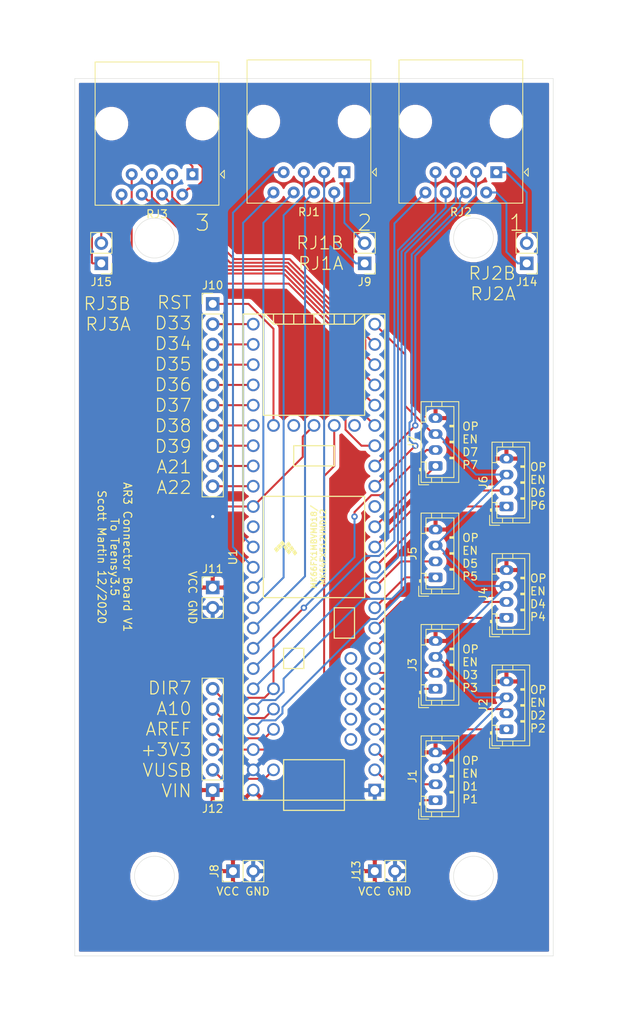
<source format=kicad_pcb>
(kicad_pcb (version 20171130) (host pcbnew 5.1.5+dfsg1-2build2)
  (layers (0 F.Cu signal) (31 B.Cu signal) (34 B.Paste user) (35 F.Paste user) (36 B.SilkS user) (37 F.SilkS user) (38 B.Mask user) (39 F.Mask user) (44 Edge.Cuts user))
  (net 0 "")
  (net 1 +3V3)
  (net 2 GND)
  (net 3 /RJ3B)
  (net 4 /RJ3A)
  (net 5 /RJ2B)
  (net 6 /RJ2A)
  (net 7 /RJ1B)
  (net 8 /RJ1A)
  (net 9 "Net-(J10-Pad10)")
  (net 10 "Net-(J10-Pad9)")
  (net 11 "Net-(J10-Pad8)")
  (net 12 "Net-(J10-Pad7)")
  (net 13 "Net-(J10-Pad6)")
  (net 14 "Net-(J10-Pad5)")
  (net 15 "Net-(J10-Pad4)")
  (net 16 "Net-(J10-Pad3)")
  (net 17 "Net-(J10-Pad2)")
  (net 18 "Net-(J10-Pad1)")
  (net 19 "Net-(J12-Pad5)")
  (net 20 "Net-(J12-Pad4)")
  (net 21 "Net-(J12-Pad2)")
  (net 22 /J1A)
  (net 23 /J1B)
  (net 24 /J2A)
  (net 25 /J2B)
  (net 26 /J3A)
  (net 27 /J3B)
  (net 28 /J4A)
  (net 29 /J4B)
  (net 30 /J5A)
  (net 31 /J5B)
  (net 32 /J6A)
  (net 33 /J6B)
  (net 34 /J1LIM)
  (net 35 /J2LIM)
  (net 36 /J3LIM)
  (net 37 /J4LIM)
  (net 38 /J5LIM)
  (net 39 /J6LIM)
  (net 40 OPTO)
  (net 41 /ENA)
  (net 42 /DIR1)
  (net 43 /PUL1)
  (net 44 /DIR2)
  (net 45 /PUL2)
  (net 46 /DIR3)
  (net 47 /PUL3)
  (net 48 /DIR4)
  (net 49 /PUL4)
  (net 50 /DIR5)
  (net 51 /PUL5)
  (net 52 /DIR6)
  (net 53 /PUL6)
  (net 54 /DIR7)
  (net 55 /PUL7)
  (module Connector_PinHeader_2.54mm:PinHeader_1x02_P2.54mm_Vertical (layer F.Cu) (at 7.62 39.37 90)
    (fp_text reference J13 (at 0 -2.33 90) (layer F.SilkS))
    (fp_text value Conn_01x02_Male)
    (pad 2 thru_hole oval (at 0 2.54 90) (size 1.7 1.7) (drill 1) (layers *.Cu *.Mask) (net 2 GND))
    (pad 1 thru_hole rect (at 0 0 90) (size 1.7 1.7) (drill 1) (layers *.Cu *.Mask) (net 40 OPTO))
  )
  (module Connector_PinHeader_2.54mm:PinHeader_1x02_P2.54mm_Vertical (layer F.Cu) (at -12.7 3.81)
    (fp_text reference J11 (at 0 -2.33) (layer F.SilkS))
    (fp_text value Conn_01x02_Male)
    (pad 2 thru_hole oval (at 0 2.54) (size 1.7 1.7) (drill 1) (layers *.Cu *.Mask) (net 2 GND))
    (pad 1 thru_hole rect (at 0 0) (size 1.7 1.7) (drill 1) (layers *.Cu *.Mask) (net 40 OPTO))
  )
  (module Connector_PinHeader_2.54mm:PinHeader_1x06_P2.54mm_Vertical (layer F.Cu) (at -12.7 29.21 180)
    (fp_text reference J12 (at 0 -2.33) (layer F.SilkS))
    (fp_text value Conn_01x06_Male)
    (pad 6 thru_hole oval (at 0 12.7 180) (size 1.7 1.7) (drill 1) (layers *.Cu *.Mask) (net 54 /DIR7))
    (pad 5 thru_hole oval (at 0 10.16 180) (size 1.7 1.7) (drill 1) (layers *.Cu *.Mask) (net 19 "Net-(J12-Pad5)"))
    (pad 4 thru_hole oval (at 0 7.62 180) (size 1.7 1.7) (drill 1) (layers *.Cu *.Mask) (net 20 "Net-(J12-Pad4)"))
    (pad 3 thru_hole oval (at 0 5.08 180) (size 1.7 1.7) (drill 1) (layers *.Cu *.Mask) (net 1 +3V3))
    (pad 2 thru_hole oval (at 0 2.54 180) (size 1.7 1.7) (drill 1) (layers *.Cu *.Mask) (net 21 "Net-(J12-Pad2)"))
    (pad 1 thru_hole rect (at 0 0 180) (size 1.7 1.7) (drill 1) (layers *.Cu *.Mask) (net 40 OPTO))
  )
  (module Connector_PinHeader_2.54mm:PinHeader_1x02_P2.54mm_Vertical (layer F.Cu) (at -26.67 -36.83 180)
    (fp_text reference J15 (at 0 -2.33) (layer F.SilkS))
    (fp_text value Conn_01x02_Male)
    (pad 2 thru_hole oval (at 0 2.54 180) (size 1.7 1.7) (drill 1) (layers *.Cu *.Mask) (net 3 /RJ3B))
    (pad 1 thru_hole rect (at 0 0 180) (size 1.7 1.7) (drill 1) (layers *.Cu *.Mask) (net 4 /RJ3A))
  )
  (module Connector_PinHeader_2.54mm:PinHeader_1x02_P2.54mm_Vertical (layer F.Cu) (at 26.67 -36.83 180)
    (fp_text reference J14 (at 0 -2.33) (layer F.SilkS))
    (fp_text value Conn_01x02_Male)
    (pad 2 thru_hole oval (at 0 2.54 180) (size 1.7 1.7) (drill 1) (layers *.Cu *.Mask) (net 5 /RJ2B))
    (pad 1 thru_hole rect (at 0 0 180) (size 1.7 1.7) (drill 1) (layers *.Cu *.Mask) (net 6 /RJ2A))
  )
  (module Connector_PinHeader_2.54mm:PinHeader_1x02_P2.54mm_Vertical (layer F.Cu) (at 6.35 -36.83 180)
    (fp_text reference J9 (at 0 -2.33) (layer F.SilkS))
    (fp_text value Conn_01x02_Male)
    (pad 2 thru_hole oval (at 0 2.54 180) (size 1.7 1.7) (drill 1) (layers *.Cu *.Mask) (net 7 /RJ1B))
    (pad 1 thru_hole rect (at 0 0 180) (size 1.7 1.7) (drill 1) (layers *.Cu *.Mask) (net 8 /RJ1A))
  )
  (module Connector_RJ:RJ45_Amphenol_54602-x08_Horizontal (layer F.Cu) (at -15.24 -48 180)
    (fp_text reference RJ3 (at 4.445 -5) (layer F.SilkS))
    (fp_text value RJ45)
    (pad 8 thru_hole circle (at 8.89 -2.54 180) (size 1.5 1.5) (drill 0.76) (layers *.Cu *.Mask) (net 34 /J1LIM))
    (pad 7 thru_hole circle (at 7.62 0 180) (size 1.5 1.5) (drill 0.76) (layers *.Cu *.Mask) (net 35 /J2LIM))
    (pad 6 thru_hole circle (at 6.35 -2.54 180) (size 1.5 1.5) (drill 0.76) (layers *.Cu *.Mask) (net 36 /J3LIM))
    (pad 5 thru_hole circle (at 5.08 0 180) (size 1.5 1.5) (drill 0.76) (layers *.Cu *.Mask) (net 37 /J4LIM))
    (pad 4 thru_hole circle (at 3.81 -2.54 180) (size 1.5 1.5) (drill 0.76) (layers *.Cu *.Mask) (net 38 /J5LIM))
    (pad 3 thru_hole circle (at 2.54 0 180) (size 1.5 1.5) (drill 0.76) (layers *.Cu *.Mask) (net 39 /J6LIM))
    (pad 2 thru_hole circle (at 1.27 -2.54 180) (size 1.5 1.5) (drill 0.76) (layers *.Cu *.Mask) (net 4 /RJ3A))
    (pad 1 thru_hole rect (at 0 0 180) (size 1.5 1.5) (drill 0.76) (layers *.Cu *.Mask) (net 3 /RJ3B))
    (pad "" np_thru_hole circle (at -1.27 6.35 180) (size 3.2 3.2) (drill 3.2) (layers *.Cu *.Mask))
    (pad "" np_thru_hole circle (at 10.16 6.35 180) (size 3.2 3.2) (drill 3.2) (layers *.Cu *.Mask))
  )
  (module Connector_RJ:RJ45_Amphenol_54602-x08_Horizontal (layer F.Cu) (at 22.86 -48.26 180)
    (fp_text reference RJ2 (at 4.445 -5) (layer F.SilkS))
    (fp_text value RJ45)
    (pad 8 thru_hole circle (at 8.89 -2.54 180) (size 1.5 1.5) (drill 0.76) (layers *.Cu *.Mask) (net 28 /J4A))
    (pad 7 thru_hole circle (at 7.62 0 180) (size 1.5 1.5) (drill 0.76) (layers *.Cu *.Mask) (net 29 /J4B))
    (pad 6 thru_hole circle (at 6.35 -2.54 180) (size 1.5 1.5) (drill 0.76) (layers *.Cu *.Mask) (net 30 /J5A))
    (pad 5 thru_hole circle (at 5.08 0 180) (size 1.5 1.5) (drill 0.76) (layers *.Cu *.Mask) (net 31 /J5B))
    (pad 4 thru_hole circle (at 3.81 -2.54 180) (size 1.5 1.5) (drill 0.76) (layers *.Cu *.Mask) (net 32 /J6A))
    (pad 3 thru_hole circle (at 2.54 0 180) (size 1.5 1.5) (drill 0.76) (layers *.Cu *.Mask) (net 33 /J6B))
    (pad 2 thru_hole circle (at 1.27 -2.54 180) (size 1.5 1.5) (drill 0.76) (layers *.Cu *.Mask) (net 6 /RJ2A))
    (pad 1 thru_hole rect (at 0 0 180) (size 1.5 1.5) (drill 0.76) (layers *.Cu *.Mask) (net 5 /RJ2B))
    (pad "" np_thru_hole circle (at -1.27 6.35 180) (size 3.2 3.2) (drill 3.2) (layers *.Cu *.Mask))
    (pad "" np_thru_hole circle (at 10.16 6.35 180) (size 3.2 3.2) (drill 3.2) (layers *.Cu *.Mask))
  )
  (module Connector_RJ:RJ45_Amphenol_54602-x08_Horizontal (layer F.Cu) (at 3.81 -48.26 180)
    (fp_text reference RJ1 (at 4.445 -5) (layer F.SilkS))
    (fp_text value RJ45)
    (pad 8 thru_hole circle (at 8.89 -2.54 180) (size 1.5 1.5) (drill 0.76) (layers *.Cu *.Mask) (net 22 /J1A))
    (pad 7 thru_hole circle (at 7.62 0 180) (size 1.5 1.5) (drill 0.76) (layers *.Cu *.Mask) (net 23 /J1B))
    (pad 6 thru_hole circle (at 6.35 -2.54 180) (size 1.5 1.5) (drill 0.76) (layers *.Cu *.Mask) (net 24 /J2A))
    (pad 5 thru_hole circle (at 5.08 0 180) (size 1.5 1.5) (drill 0.76) (layers *.Cu *.Mask) (net 25 /J2B))
    (pad 4 thru_hole circle (at 3.81 -2.54 180) (size 1.5 1.5) (drill 0.76) (layers *.Cu *.Mask) (net 26 /J3A))
    (pad 3 thru_hole circle (at 2.54 0 180) (size 1.5 1.5) (drill 0.76) (layers *.Cu *.Mask) (net 27 /J3B))
    (pad 2 thru_hole circle (at 1.27 -2.54 180) (size 1.5 1.5) (drill 0.76) (layers *.Cu *.Mask) (net 8 /RJ1A))
    (pad 1 thru_hole rect (at 0 0 180) (size 1.5 1.5) (drill 0.76) (layers *.Cu *.Mask) (net 7 /RJ1B))
    (pad "" np_thru_hole circle (at -1.27 6.35 180) (size 3.2 3.2) (drill 3.2) (layers *.Cu *.Mask))
    (pad "" np_thru_hole circle (at 10.16 6.35 180) (size 3.2 3.2) (drill 3.2) (layers *.Cu *.Mask))
  )
  (module Connector_PinHeader_2.54mm:PinHeader_1x10_P2.54mm_Vertical (layer F.Cu) (at -12.7 -31.75)
    (fp_text reference J10 (at 0 -2.33) (layer F.SilkS))
    (fp_text value Conn_01x10_Male)
    (pad 10 thru_hole oval (at 0 22.86) (size 1.7 1.7) (drill 1) (layers *.Cu *.Mask) (net 9 "Net-(J10-Pad10)"))
    (pad 9 thru_hole oval (at 0 20.32) (size 1.7 1.7) (drill 1) (layers *.Cu *.Mask) (net 10 "Net-(J10-Pad9)"))
    (pad 8 thru_hole oval (at 0 17.78) (size 1.7 1.7) (drill 1) (layers *.Cu *.Mask) (net 11 "Net-(J10-Pad8)"))
    (pad 7 thru_hole oval (at 0 15.24) (size 1.7 1.7) (drill 1) (layers *.Cu *.Mask) (net 12 "Net-(J10-Pad7)"))
    (pad 6 thru_hole oval (at 0 12.7) (size 1.7 1.7) (drill 1) (layers *.Cu *.Mask) (net 13 "Net-(J10-Pad6)"))
    (pad 5 thru_hole oval (at 0 10.16) (size 1.7 1.7) (drill 1) (layers *.Cu *.Mask) (net 14 "Net-(J10-Pad5)"))
    (pad 4 thru_hole oval (at 0 7.62) (size 1.7 1.7) (drill 1) (layers *.Cu *.Mask) (net 15 "Net-(J10-Pad4)"))
    (pad 3 thru_hole oval (at 0 5.08) (size 1.7 1.7) (drill 1) (layers *.Cu *.Mask) (net 16 "Net-(J10-Pad3)"))
    (pad 2 thru_hole oval (at 0 2.54) (size 1.7 1.7) (drill 1) (layers *.Cu *.Mask) (net 17 "Net-(J10-Pad2)"))
    (pad 1 thru_hole rect (at 0 0) (size 1.7 1.7) (drill 1) (layers *.Cu *.Mask) (net 18 "Net-(J10-Pad1)"))
  )
  (module Connector_PinHeader_2.54mm:PinHeader_1x02_P2.54mm_Vertical (layer F.Cu) (at -10.16 39.37 90)
    (fp_text reference J8 (at 0 -2.33 90) (layer F.SilkS))
    (fp_text value Conn_01x02_Male)
    (pad 2 thru_hole oval (at 0 2.54 90) (size 1.7 1.7) (drill 1) (layers *.Cu *.Mask) (net 2 GND))
    (pad 1 thru_hole rect (at 0 0 90) (size 1.7 1.7) (drill 1) (layers *.Cu *.Mask) (net 40 OPTO))
  )
  (module Connector_JST:JST_PH_B4B-PH-K_1x04_P2.00mm_Vertical (layer F.Cu) (at 15.24 -11.43 90)
    (fp_text reference J7 (at 3 -2.9 90) (layer F.SilkS))
    (fp_text value Conn_01x04_Male)
    (pad 4 thru_hole oval (at 6 0 90) (size 1.2 1.75) (drill 0.75) (layers *.Cu *.Mask) (net 40 OPTO))
    (pad 3 thru_hole oval (at 4 0 90) (size 1.2 1.75) (drill 0.75) (layers *.Cu *.Mask) (net 41 /ENA))
    (pad 2 thru_hole oval (at 2 0 90) (size 1.2 1.75) (drill 0.75) (layers *.Cu *.Mask) (net 54 /DIR7))
    (pad 1 thru_hole roundrect (at 0 0 90) (size 1.2 1.75) (drill 0.75) (layers *.Cu *.Mask) (roundrect_rratio 0.208333) (net 55 /PUL7))
  )
  (module Connector_JST:JST_PH_B4B-PH-K_1x04_P2.00mm_Vertical (layer F.Cu) (at 24.13 -6.35 90)
    (fp_text reference J6 (at 3 -2.9 90) (layer F.SilkS))
    (fp_text value Conn_01x04_Male)
    (pad 4 thru_hole oval (at 6 0 90) (size 1.2 1.75) (drill 0.75) (layers *.Cu *.Mask) (net 40 OPTO))
    (pad 3 thru_hole oval (at 4 0 90) (size 1.2 1.75) (drill 0.75) (layers *.Cu *.Mask) (net 41 /ENA))
    (pad 2 thru_hole oval (at 2 0 90) (size 1.2 1.75) (drill 0.75) (layers *.Cu *.Mask) (net 52 /DIR6))
    (pad 1 thru_hole roundrect (at 0 0 90) (size 1.2 1.75) (drill 0.75) (layers *.Cu *.Mask) (roundrect_rratio 0.208333) (net 53 /PUL6))
  )
  (module Connector_JST:JST_PH_B4B-PH-K_1x04_P2.00mm_Vertical (layer F.Cu) (at 15.24 2.54 90)
    (fp_text reference J5 (at 3 -2.9 90) (layer F.SilkS))
    (fp_text value Conn_01x04_Male)
    (pad 4 thru_hole oval (at 6 0 90) (size 1.2 1.75) (drill 0.75) (layers *.Cu *.Mask) (net 40 OPTO))
    (pad 3 thru_hole oval (at 4 0 90) (size 1.2 1.75) (drill 0.75) (layers *.Cu *.Mask) (net 41 /ENA))
    (pad 2 thru_hole oval (at 2 0 90) (size 1.2 1.75) (drill 0.75) (layers *.Cu *.Mask) (net 50 /DIR5))
    (pad 1 thru_hole roundrect (at 0 0 90) (size 1.2 1.75) (drill 0.75) (layers *.Cu *.Mask) (roundrect_rratio 0.208333) (net 51 /PUL5))
  )
  (module Connector_JST:JST_PH_B4B-PH-K_1x04_P2.00mm_Vertical (layer F.Cu) (at 24.13 7.62 90)
    (fp_text reference J4 (at 3 -2.9 90) (layer F.SilkS))
    (fp_text value Conn_01x04_Male)
    (pad 4 thru_hole oval (at 6 0 90) (size 1.2 1.75) (drill 0.75) (layers *.Cu *.Mask) (net 40 OPTO))
    (pad 3 thru_hole oval (at 4 0 90) (size 1.2 1.75) (drill 0.75) (layers *.Cu *.Mask) (net 41 /ENA))
    (pad 2 thru_hole oval (at 2 0 90) (size 1.2 1.75) (drill 0.75) (layers *.Cu *.Mask) (net 48 /DIR4))
    (pad 1 thru_hole roundrect (at 0 0 90) (size 1.2 1.75) (drill 0.75) (layers *.Cu *.Mask) (roundrect_rratio 0.208333) (net 49 /PUL4))
  )
  (module Connector_JST:JST_PH_B4B-PH-K_1x04_P2.00mm_Vertical (layer F.Cu) (at 15.24 16.51 90)
    (fp_text reference J3 (at 3 -2.9 90) (layer F.SilkS))
    (fp_text value Conn_01x04_Male)
    (pad 4 thru_hole oval (at 6 0 90) (size 1.2 1.75) (drill 0.75) (layers *.Cu *.Mask) (net 40 OPTO))
    (pad 3 thru_hole oval (at 4 0 90) (size 1.2 1.75) (drill 0.75) (layers *.Cu *.Mask) (net 41 /ENA))
    (pad 2 thru_hole oval (at 2 0 90) (size 1.2 1.75) (drill 0.75) (layers *.Cu *.Mask) (net 46 /DIR3))
    (pad 1 thru_hole roundrect (at 0 0 90) (size 1.2 1.75) (drill 0.75) (layers *.Cu *.Mask) (roundrect_rratio 0.208333) (net 47 /PUL3))
  )
  (module Connector_JST:JST_PH_B4B-PH-K_1x04_P2.00mm_Vertical (layer F.Cu) (at 24.13 21.59 90)
    (fp_text reference J2 (at 3 -2.9 90) (layer F.SilkS))
    (fp_text value Conn_01x04_Male)
    (pad 4 thru_hole oval (at 6 0 90) (size 1.2 1.75) (drill 0.75) (layers *.Cu *.Mask) (net 40 OPTO))
    (pad 3 thru_hole oval (at 4 0 90) (size 1.2 1.75) (drill 0.75) (layers *.Cu *.Mask) (net 41 /ENA))
    (pad 2 thru_hole oval (at 2 0 90) (size 1.2 1.75) (drill 0.75) (layers *.Cu *.Mask) (net 44 /DIR2))
    (pad 1 thru_hole roundrect (at 0 0 90) (size 1.2 1.75) (drill 0.75) (layers *.Cu *.Mask) (roundrect_rratio 0.208333) (net 45 /PUL2))
  )
  (module Connector_JST:JST_PH_B4B-PH-K_1x04_P2.00mm_Vertical (layer F.Cu) (at 15.24 30.48 90)
    (fp_text reference J1 (at 3 -2.9 90) (layer F.SilkS))
    (fp_text value Conn_01x04_Male)
    (pad 4 thru_hole oval (at 6 0 90) (size 1.2 1.75) (drill 0.75) (layers *.Cu *.Mask) (net 40 OPTO))
    (pad 3 thru_hole oval (at 4 0 90) (size 1.2 1.75) (drill 0.75) (layers *.Cu *.Mask) (net 41 /ENA))
    (pad 2 thru_hole oval (at 2 0 90) (size 1.2 1.75) (drill 0.75) (layers *.Cu *.Mask) (net 42 /DIR1))
    (pad 1 thru_hole roundrect (at 0 0 90) (size 1.2 1.75) (drill 0.75) (layers *.Cu *.Mask) (roundrect_rratio 0.208333) (net 43 /PUL1))
  )
  (module Teensy35:Teensy35_36 (layer F.Cu) (at 0 0 90)
    (fp_text reference U1 (at 0 -10.16 90) (layer F.SilkS))
    (fp_text value Teensy3.5)
    (fp_text user MK66FX1MBVMD18/ (at 1.27 0 90) (layer F.SilkS) (effects (font (size 0.7 0.7))))
    (fp_text user MK64FX512VMD12 (at 1.27 1.143 90) (layer F.SilkS) (effects (font (size 0.7 0.7))))
    (pad 17 thru_hole circle (at 11.43 7.62 90) (size 1.6 1.6) (drill 1.1) (layers *.Cu *.Mask) (net 33 /J6B))
    (pad 18 thru_hole circle (at 13.97 7.62 90) (size 1.6 1.6) (drill 1.1) (layers *.Cu *.Mask) (net 34 /J1LIM))
    (pad 19 thru_hole circle (at 16.51 7.62 90) (size 1.6 1.6) (drill 1.1) (layers *.Cu *.Mask) (net 35 /J2LIM))
    (pad 20 thru_hole circle (at 19.05 7.62 90) (size 1.6 1.6) (drill 1.1) (layers *.Cu *.Mask) (net 36 /J3LIM))
    (pad 16 thru_hole circle (at 8.89 7.62 90) (size 1.6 1.6) (drill 1.1) (layers *.Cu *.Mask) (net 32 /J6A))
    (pad 15 thru_hole circle (at 6.35 7.62 90) (size 1.6 1.6) (drill 1.1) (layers *.Cu *.Mask))
    (pad 14 thru_hole circle (at 3.81 7.62 90) (size 1.6 1.6) (drill 1.1) (layers *.Cu *.Mask) (net 55 /PUL7))
    (pad 21 thru_hole circle (at 21.59 7.62 90) (size 1.6 1.6) (drill 1.1) (layers *.Cu *.Mask) (net 37 /J4LIM))
    (pad 22 thru_hole circle (at 24.13 7.62 90) (size 1.6 1.6) (drill 1.1) (layers *.Cu *.Mask) (net 38 /J5LIM))
    (pad 23 thru_hole circle (at 26.67 7.62 90) (size 1.6 1.6) (drill 1.1) (layers *.Cu *.Mask) (net 39 /J6LIM))
    (pad 24 thru_hole circle (at 29.21 7.62 90) (size 1.6 1.6) (drill 1.1) (layers *.Cu *.Mask) (net 41 /ENA))
    (pad 25 thru_hole circle (at 16.51 5.08 90) (size 1.6 1.6) (drill 1.1) (layers *.Cu *.Mask))
    (pad 26 thru_hole circle (at 16.51 2.54 90) (size 1.6 1.6) (drill 1.1) (layers *.Cu *.Mask) (net 1 +3V3))
    (pad 27 thru_hole circle (at 16.51 0 90) (size 1.6 1.6) (drill 1.1) (layers *.Cu *.Mask) (net 2 GND))
    (pad 28 thru_hole circle (at 16.51 -2.54 90) (size 1.6 1.6) (drill 1.1) (layers *.Cu *.Mask))
    (pad 29 thru_hole circle (at 16.51 -5.08 90) (size 1.6 1.6) (drill 1.1) (layers *.Cu *.Mask) (net 18 "Net-(J10-Pad1)"))
    (pad 30 thru_hole circle (at 29.21 -7.62 90) (size 1.6 1.6) (drill 1.1) (layers *.Cu *.Mask) (net 17 "Net-(J10-Pad2)"))
    (pad 31 thru_hole circle (at 26.67 -7.62 90) (size 1.6 1.6) (drill 1.1) (layers *.Cu *.Mask) (net 16 "Net-(J10-Pad3)"))
    (pad 32 thru_hole circle (at 24.13 -7.62 90) (size 1.6 1.6) (drill 1.1) (layers *.Cu *.Mask) (net 15 "Net-(J10-Pad4)"))
    (pad 33 thru_hole circle (at 21.59 -7.62 90) (size 1.6 1.6) (drill 1.1) (layers *.Cu *.Mask) (net 14 "Net-(J10-Pad5)"))
    (pad 34 thru_hole circle (at 19.05 -7.62 90) (size 1.6 1.6) (drill 1.1) (layers *.Cu *.Mask) (net 13 "Net-(J10-Pad6)"))
    (pad 35 thru_hole circle (at 16.51 -7.62 90) (size 1.6 1.6) (drill 1.1) (layers *.Cu *.Mask) (net 12 "Net-(J10-Pad7)"))
    (pad 36 thru_hole circle (at 13.97 -7.62 90) (size 1.6 1.6) (drill 1.1) (layers *.Cu *.Mask) (net 11 "Net-(J10-Pad8)"))
    (pad 37 thru_hole circle (at 11.43 -7.62 90) (size 1.6 1.6) (drill 1.1) (layers *.Cu *.Mask) (net 10 "Net-(J10-Pad9)"))
    (pad 13 thru_hole circle (at 1.27 7.62 90) (size 1.6 1.6) (drill 1.1) (layers *.Cu *.Mask) (net 52 /DIR6))
    (pad 12 thru_hole circle (at -1.27 7.62 90) (size 1.6 1.6) (drill 1.1) (layers *.Cu *.Mask) (net 53 /PUL6))
    (pad 11 thru_hole circle (at -3.81 7.62 90) (size 1.6 1.6) (drill 1.1) (layers *.Cu *.Mask) (net 50 /DIR5))
    (pad 10 thru_hole circle (at -6.35 7.62 90) (size 1.6 1.6) (drill 1.1) (layers *.Cu *.Mask) (net 51 /PUL5))
    (pad 9 thru_hole circle (at -8.89 7.62 90) (size 1.6 1.6) (drill 1.1) (layers *.Cu *.Mask) (net 48 /DIR4))
    (pad 8 thru_hole circle (at -11.43 7.62 90) (size 1.6 1.6) (drill 1.1) (layers *.Cu *.Mask) (net 49 /PUL4))
    (pad 7 thru_hole circle (at -13.97 7.62 90) (size 1.6 1.6) (drill 1.1) (layers *.Cu *.Mask) (net 46 /DIR3))
    (pad 6 thru_hole circle (at -16.51 7.62 90) (size 1.6 1.6) (drill 1.1) (layers *.Cu *.Mask) (net 47 /PUL3))
    (pad 5 thru_hole circle (at -19.05 7.62 90) (size 1.6 1.6) (drill 1.1) (layers *.Cu *.Mask) (net 44 /DIR2))
    (pad 4 thru_hole circle (at -21.59 7.62 90) (size 1.6 1.6) (drill 1.1) (layers *.Cu *.Mask) (net 45 /PUL2))
    (pad 3 thru_hole circle (at -24.13 7.62 90) (size 1.6 1.6) (drill 1.1) (layers *.Cu *.Mask) (net 42 /DIR1))
    (pad 2 thru_hole circle (at -26.67 7.62 90) (size 1.6 1.6) (drill 1.1) (layers *.Cu *.Mask) (net 43 /PUL1))
    (pad 1 thru_hole rect (at -29.21 7.62 90) (size 1.6 1.6) (drill 1.1) (layers *.Cu *.Mask) (net 2 GND))
    (pad 38 thru_hole circle (at 8.89 -7.62 90) (size 1.6 1.6) (drill 1.1) (layers *.Cu *.Mask) (net 9 "Net-(J10-Pad10)"))
    (pad 39 thru_hole circle (at 6.35 -7.62 90) (size 1.6 1.6) (drill 1.1) (layers *.Cu *.Mask) (net 2 GND))
    (pad 40 thru_hole circle (at 3.81 -7.62 90) (size 1.6 1.6) (drill 1.1) (layers *.Cu *.Mask))
    (pad 41 thru_hole circle (at 1.27 -7.62 90) (size 1.6 1.6) (drill 1.1) (layers *.Cu *.Mask) (net 22 /J1A))
    (pad 42 thru_hole circle (at -1.27 -7.62 90) (size 1.6 1.6) (drill 1.1) (layers *.Cu *.Mask) (net 23 /J1B))
    (pad 43 thru_hole circle (at -3.81 -7.62 90) (size 1.6 1.6) (drill 1.1) (layers *.Cu *.Mask) (net 24 /J2A))
    (pad 44 thru_hole circle (at -6.35 -7.62 90) (size 1.6 1.6) (drill 1.1) (layers *.Cu *.Mask) (net 25 /J2B))
    (pad 45 thru_hole circle (at -8.89 -7.62 90) (size 1.6 1.6) (drill 1.1) (layers *.Cu *.Mask) (net 26 /J3A))
    (pad 46 thru_hole circle (at -11.43 -7.62 90) (size 1.6 1.6) (drill 1.1) (layers *.Cu *.Mask) (net 27 /J3B))
    (pad 47 thru_hole circle (at -13.97 -7.62 90) (size 1.6 1.6) (drill 1.1) (layers *.Cu *.Mask) (net 28 /J4A))
    (pad 48 thru_hole circle (at -16.51 -7.62 90) (size 1.6 1.6) (drill 1.1) (layers *.Cu *.Mask) (net 29 /J4B))
    (pad 49 thru_hole circle (at -19.05 -7.62 90) (size 1.6 1.6) (drill 1.1) (layers *.Cu *.Mask) (net 30 /J5A))
    (pad 50 thru_hole circle (at -21.59 -7.62 90) (size 1.6 1.6) (drill 1.1) (layers *.Cu *.Mask) (net 31 /J5B))
    (pad 51 thru_hole circle (at -24.13 -7.62 90) (size 1.6 1.6) (drill 1.1) (layers *.Cu *.Mask) (net 1 +3V3))
    (pad 52 thru_hole circle (at -26.67 -7.62 90) (size 1.6 1.6) (drill 1.1) (layers *.Cu *.Mask) (net 2 GND))
    (pad 53 thru_hole circle (at -29.21 -7.62 90) (size 1.6 1.6) (drill 1.1) (layers *.Cu *.Mask) (net 40 OPTO))
    (pad 54 thru_hole circle (at -26.67 -5.08 90) (size 1.6 1.6) (drill 1.1) (layers *.Cu *.Mask) (net 21 "Net-(J12-Pad2)"))
    (pad 55 thru_hole circle (at -21.59 -5.08 90) (size 1.6 1.6) (drill 1.1) (layers *.Cu *.Mask) (net 20 "Net-(J12-Pad4)"))
    (pad 56 thru_hole circle (at -19.05 -5.08 90) (size 1.6 1.6) (drill 1.1) (layers *.Cu *.Mask) (net 19 "Net-(J12-Pad5)"))
    (pad 57 thru_hole circle (at -16.51 -5.08 90) (size 1.6 1.6) (drill 1.1) (layers *.Cu *.Mask) (net 54 /DIR7))
    (pad 58 thru_hole circle (at -22.86 4.62 90) (size 1.6 1.6) (drill 1.1) (layers *.Cu *.Mask))
    (pad 59 thru_hole circle (at -20.32 4.62 90) (size 1.6 1.6) (drill 1.1) (layers *.Cu *.Mask))
    (pad 60 thru_hole circle (at -17.78 4.62 90) (size 1.6 1.6) (drill 1.1) (layers *.Cu *.Mask))
    (pad 61 thru_hole circle (at -15.24 4.62 90) (size 1.6 1.6) (drill 1.1) (layers *.Cu *.Mask))
    (pad 62 thru_hole circle (at -12.7 4.62 90) (size 1.6 1.6) (drill 1.1) (layers *.Cu *.Mask))
  )
  (gr_text 1 (at 25.4 -41.91) (layer F.SilkS) (effects (font (size 2 2))))
  (gr_text 2 (at 6.35 -41.91) (layer F.SilkS) (effects (font (size 2 2))))
  (gr_text 3 (at -13.97 -41.91) (layer F.SilkS) (effects (font (size 2 2))))
  (gr_text "OP\nEN\nD4\nP4" (at 27 5.08) (layer F.SilkS) (effects (font (size 1 1)) (justify left)))
  (gr_text "OP\nEN\nD2\nP2" (at 27 19.05) (layer F.SilkS) (effects (font (size 1 1)) (justify left)))
  (gr_text "OP\nEN\nD1\nP1" (at 18.5 27.94) (layer F.SilkS) (effects (font (size 1 1)) (justify left)))
  (gr_text "OP\nEN\nD3\nP3" (at 18.5 13.97) (layer F.SilkS) (effects (font (size 1 1)) (justify left)))
  (gr_text "OP\nEN\nD5\nP5" (at 18.5 0) (layer F.SilkS) (effects (font (size 1 1)) (justify left)))
  (gr_text "OP\nEN\nD6\nP6" (at 27 -8.89) (layer F.SilkS) (effects (font (size 1 1)) (justify left)))
  (gr_text "OP\nEN\nD7\nP7" (at 18.5 -13.97) (layer F.SilkS) (effects (font (size 1 1)) (justify left)))
  (gr_text "RJ3B\nRJ3A" (at -22.86 -30.48) (layer F.SilkS) (effects (font (size 1.6 1.6)) (justify right)))
  (gr_text "RJ2B\nRJ2A" (at 25.4 -34.29) (layer F.SilkS) (effects (font (size 1.6 1.6)) (justify right)))
  (gr_text "RJ1B\nRJ1A" (at 3.81 -38.1) (layer F.SilkS) (effects (font (size 1.6 1.6)) (justify right)))
  (gr_text "RST\nD33\nD34\nD35\nD36\nD37\nD38\nD39\nA21\nA22" (at -15.24 -20.32) (layer F.SilkS) (effects (font (size 1.6 1.6)) (justify right)))
  (gr_text "DIR7\nA10\nAREF\n+3V3\nVUSB\nVIN" (at -15.24 22.86) (layer F.SilkS) (effects (font (size 1.6 1.6)) (justify right)))
  (gr_text "VCC GND" (at 8.89 41.91) (layer F.SilkS) (effects (font (size 1 1))))
  (gr_text "VCC GND" (at -8.89 41.91) (layer F.SilkS) (effects (font (size 1 1))))
  (gr_text "VCC GND" (at -15.24 5.08 270) (layer F.SilkS) (effects (font (size 1 1))))
  (gr_text "AR3 Connector Board V1\nTo Teensy3.5\nScott Martin 12/2020" (at -25 0 270) (layer F.SilkS) (effects (font (size 1 1))))
  (gr_circle (center -20 40) (end -17.5 40) (layer Edge.Cuts) (width 0.05))
  (gr_circle (center 20 40) (end 22.5 40) (layer Edge.Cuts) (width 0.05))
  (gr_circle (center 20 -40) (end 22.5 -40) (layer Edge.Cuts) (width 0.05))
  (gr_circle (center -20 -40) (end -17.5 -40) (layer Edge.Cuts) (width 0.05))
  (gr_line (start -30 50) (end -30 -60) (layer Edge.Cuts) (width 0.05))
  (gr_line (start 30 50) (end -30 50) (layer Edge.Cuts) (width 0.05))
  (gr_line (start 30 -60) (end 30 50) (layer Edge.Cuts) (width 0.05))
  (gr_line (start -30 -60) (end 30 -60) (layer Edge.Cuts) (width 0.05))
  (segment (start -7.62 24.13) (end -12.7 24.13) (width 0.25) (layer F.Cu) (net 1))
  (segment (start -5.08 24.13) (end -7.62 24.13) (width 0.25) (layer F.Cu) (net 1))
  (segment (start 1.27 -10.16) (end 1.27 17.78) (width 0.25) (layer F.Cu) (net 1))
  (segment (start 2.54 -11.43) (end 1.27 -10.16) (width 0.25) (layer F.Cu) (net 1))
  (segment (start 1.27 17.78) (end -5.08 24.13) (width 0.25) (layer F.Cu) (net 1))
  (segment (start 2.54 -16.51) (end 2.54 -11.43) (width 0.25) (layer F.Cu) (net 1))
  (segment (start -0.799999 -15.710001) (end 0 -16.51) (width 0.25) (layer F.Cu) (net 2))
  (segment (start -1.414999 -15.095001) (end -0.799999 -15.710001) (width 0.25) (layer F.Cu) (net 2))
  (segment (start -1.414999 -12.555001) (end -1.414999 -15.095001) (width 0.25) (layer F.Cu) (net 2))
  (segment (start -7.62 -6.35) (end -1.414999 -12.555001) (width 0.25) (layer F.Cu) (net 2))
  (via (at -12.7 -5.08) (size 0.8) (drill 0.4) (layers F.Cu B.Cu) (net 2))
  (segment (start -11.43 -6.35) (end -12.7 -5.08) (width 0.25) (layer F.Cu) (net 2))
  (segment (start -7.62 -6.35) (end -11.43 -6.35) (width 0.25) (layer F.Cu) (net 2))
  (segment (start -12.7 -5.08) (end -12.7 -3.81) (width 0.25) (layer B.Cu) (net 2))
  (segment (start -15.77 -49.53) (end -25.4 -49.53) (width 0.25) (layer F.Cu) (net 3))
  (segment (start -26.67 -48.26) (end -26.67 -40.572081) (width 0.25) (layer F.Cu) (net 3))
  (segment (start -15.24 -48) (end -15.24 -49) (width 0.25) (layer F.Cu) (net 3))
  (segment (start -15.24 -49) (end -15.77 -49.53) (width 0.25) (layer F.Cu) (net 3))
  (segment (start -25.4 -49.53) (end -26.67 -48.26) (width 0.25) (layer F.Cu) (net 3))
  (segment (start -26.67 -40.572081) (end -26.67 -39.37) (width 0.25) (layer F.Cu) (net 3))
  (segment (start -27.845001 -36.905001) (end -27.77 -36.83) (width 0.25) (layer F.Cu) (net 4))
  (segment (start -13.97 -48.815002) (end -15.954998 -50.8) (width 0.25) (layer F.Cu) (net 4))
  (segment (start -13.97 -47.184998) (end -13.97 -48.815002) (width 0.25) (layer F.Cu) (net 4))
  (segment (start -27.77 -36.83) (end -26.67 -36.83) (width 0.25) (layer F.Cu) (net 4))
  (segment (start -25.4 -50.8) (end -27.845001 -48.354999) (width 0.25) (layer F.Cu) (net 4))
  (segment (start -14.944999 -46.209999) (end -13.97 -47.184998) (width 0.25) (layer F.Cu) (net 4))
  (segment (start -27.845001 -48.354999) (end -27.845001 -36.905001) (width 0.25) (layer F.Cu) (net 4))
  (segment (start -15.954998 -50.8) (end -25.4 -50.8) (width 0.25) (layer F.Cu) (net 4))
  (segment (start -15.760001 -46.209999) (end -14.944999 -46.209999) (width 0.25) (layer F.Cu) (net 4))
  (segment (start -16.51 -45.46) (end -15.760001 -46.209999) (width 0.25) (layer F.Cu) (net 4))
  (segment (start 22.86 -48.26) (end 24.13 -48.26) (width 0.25) (layer B.Cu) (net 5))
  (segment (start 26.67 -45.72) (end 26.67 -39.37) (width 0.25) (layer B.Cu) (net 5))
  (segment (start 24.13 -48.26) (end 26.67 -45.72) (width 0.25) (layer B.Cu) (net 5))
  (segment (start 21.59 -45.72) (end 22.86 -45.72) (width 0.25) (layer B.Cu) (net 6))
  (segment (start 22.86 -45.72) (end 24.13 -44.45) (width 0.25) (layer B.Cu) (net 6))
  (segment (start 25.57 -36.83) (end 26.67 -36.83) (width 0.25) (layer B.Cu) (net 6))
  (segment (start 24.13 -38.27) (end 25.57 -36.83) (width 0.25) (layer B.Cu) (net 6))
  (segment (start 24.13 -44.45) (end 24.13 -38.27) (width 0.25) (layer B.Cu) (net 6))
  (segment (start 3.81 -41.91) (end 6.35 -39.37) (width 0.25) (layer B.Cu) (net 7))
  (segment (start 3.81 -48.26) (end 3.81 -41.91) (width 0.25) (layer B.Cu) (net 7))
  (segment (start 5.25 -36.83) (end 6.35 -36.83) (width 0.25) (layer B.Cu) (net 8))
  (segment (start 2.54 -39.54) (end 5.25 -36.83) (width 0.25) (layer B.Cu) (net 8))
  (segment (start 2.54 -45.72) (end 2.54 -39.54) (width 0.25) (layer B.Cu) (net 8))
  (segment (start -12.7 -8.89) (end -7.62 -8.89) (width 0.25) (layer F.Cu) (net 9))
  (segment (start -7.62 -11.43) (end -12.7 -11.43) (width 0.25) (layer F.Cu) (net 10))
  (segment (start -12.7 -13.97) (end -7.62 -13.97) (width 0.25) (layer F.Cu) (net 11))
  (segment (start -7.62 -16.51) (end -12.7 -16.51) (width 0.25) (layer F.Cu) (net 12))
  (segment (start -12.7 -19.05) (end -7.62 -19.05) (width 0.25) (layer F.Cu) (net 13))
  (segment (start -7.62 -21.59) (end -12.7 -21.59) (width 0.25) (layer F.Cu) (net 14))
  (segment (start -12.7 -24.13) (end -7.62 -24.13) (width 0.25) (layer F.Cu) (net 15))
  (segment (start -7.62 -26.67) (end -12.7 -26.67) (width 0.25) (layer F.Cu) (net 16))
  (segment (start -7.62 -29.21) (end -12.7 -29.21) (width 0.25) (layer F.Cu) (net 17))
  (segment (start -5.08 -17.64137) (end -5.08 -16.51) (width 0.25) (layer F.Cu) (net 18))
  (segment (start -12.7 -31.75) (end -8.203823 -31.75) (width 0.25) (layer F.Cu) (net 18))
  (segment (start -8.203823 -31.75) (end -5.08 -28.626177) (width 0.25) (layer F.Cu) (net 18))
  (segment (start -5.08 -28.626177) (end -5.08 -17.64137) (width 0.25) (layer F.Cu) (net 18))
  (segment (start -6.205001 20.175001) (end -5.879999 19.849999) (width 0.25) (layer F.Cu) (net 19))
  (segment (start -5.879999 19.849999) (end -5.08 19.05) (width 0.25) (layer F.Cu) (net 19))
  (segment (start -11.574999 20.175001) (end -6.205001 20.175001) (width 0.25) (layer F.Cu) (net 19))
  (segment (start -12.7 19.05) (end -11.574999 20.175001) (width 0.25) (layer F.Cu) (net 19))
  (segment (start -12.7 21.59) (end -11.574999 22.715001) (width 0.25) (layer F.Cu) (net 20))
  (segment (start -11.574999 22.715001) (end -6.205001 22.715001) (width 0.25) (layer F.Cu) (net 20))
  (segment (start -6.205001 22.715001) (end -5.879999 22.389999) (width 0.25) (layer F.Cu) (net 20))
  (segment (start -5.879999 22.389999) (end -5.08 21.59) (width 0.25) (layer F.Cu) (net 20))
  (segment (start -5.879999 27.469999) (end -5.08 26.67) (width 0.25) (layer F.Cu) (net 21))
  (segment (start -6.205001 27.795001) (end -5.879999 27.469999) (width 0.25) (layer F.Cu) (net 21))
  (segment (start -11.574999 27.795001) (end -6.205001 27.795001) (width 0.25) (layer F.Cu) (net 21))
  (segment (start -12.7 26.67) (end -11.574999 27.795001) (width 0.25) (layer F.Cu) (net 21))
  (segment (start -5.08 -45.72) (end -8.89 -41.91) (width 0.25) (layer B.Cu) (net 22))
  (segment (start -8.89 -2.54) (end -7.62 -1.27) (width 0.25) (layer B.Cu) (net 22))
  (segment (start -8.89 -41.91) (end -8.89 -2.54) (width 0.25) (layer B.Cu) (net 22))
  (segment (start -7.62 1.27) (end -10.16 -1.27) (width 0.25) (layer B.Cu) (net 23))
  (segment (start -10.16 -1.27) (end -10.16 -43.18) (width 0.25) (layer B.Cu) (net 23))
  (segment (start -5.08 -48.26) (end -3.81 -48.26) (width 0.25) (layer B.Cu) (net 23))
  (segment (start -10.16 -43.18) (end -5.08 -48.26) (width 0.25) (layer B.Cu) (net 23))
  (segment (start -2.54 -45.72) (end -5.08 -43.18) (width 0.25) (layer B.Cu) (net 24))
  (segment (start -5.08 -43.18) (end -6.35 -41.91) (width 0.25) (layer B.Cu) (net 24))
  (segment (start -6.35 2.54) (end -7.62 3.81) (width 0.25) (layer B.Cu) (net 24))
  (segment (start -6.35 -41.91) (end -6.35 2.54) (width 0.25) (layer B.Cu) (net 24))
  (segment (start -1.27 -45.398998) (end -3.81 -42.858998) (width 0.25) (layer B.Cu) (net 25))
  (segment (start -1.27 -48.26) (end -1.27 -45.398998) (width 0.25) (layer B.Cu) (net 25))
  (segment (start -3.81 2.54) (end -7.62 6.35) (width 0.25) (layer B.Cu) (net 25))
  (segment (start -3.81 -42.858998) (end -3.81 2.54) (width 0.25) (layer B.Cu) (net 25))
  (segment (start -6.820001 8.090001) (end -7.62 8.89) (width 0.25) (layer B.Cu) (net 26))
  (segment (start -1.125001 2.395001) (end -6.820001 8.090001) (width 0.25) (layer B.Cu) (net 26))
  (segment (start -1.125001 -44.594999) (end -1.125001 2.395001) (width 0.25) (layer B.Cu) (net 26))
  (segment (start 0 -45.72) (end -1.125001 -44.594999) (width 0.25) (layer B.Cu) (net 26))
  (segment (start 1.27 2.54) (end -7.62 11.43) (width 0.25) (layer B.Cu) (net 27))
  (segment (start 1.27 -48.26) (end 1.27 2.54) (width 0.25) (layer B.Cu) (net 27))
  (segment (start 8.160001 -0.144999) (end 10.079967 -2.064965) (width 0.25) (layer B.Cu) (net 28))
  (segment (start 10.079967 -2.064965) (end 10.079967 -41.829967) (width 0.25) (layer B.Cu) (net 28))
  (segment (start -7.62 13.97) (end 6.494999 -0.144999) (width 0.25) (layer B.Cu) (net 28))
  (segment (start 10.079967 -41.829967) (end 13.220001 -44.970001) (width 0.25) (layer B.Cu) (net 28))
  (segment (start 6.494999 -0.144999) (end 8.160001 -0.144999) (width 0.25) (layer B.Cu) (net 28))
  (segment (start 13.220001 -44.970001) (end 13.97 -45.72) (width 0.25) (layer B.Cu) (net 28))
  (segment (start 6.205001 2.684999) (end -6.820001 15.710001) (width 0.25) (layer B.Cu) (net 29))
  (segment (start 15.24 -48.26) (end 15.24 -43.185643) (width 0.25) (layer B.Cu) (net 29))
  (segment (start 15.24 -43.185643) (end 10.529978 -38.475621) (width 0.25) (layer B.Cu) (net 29))
  (segment (start 10.529978 -38.475621) (end 10.529978 0.025024) (width 0.25) (layer B.Cu) (net 29))
  (segment (start 7.870003 2.684999) (end 6.205001 2.684999) (width 0.25) (layer B.Cu) (net 29))
  (segment (start -6.820001 15.710001) (end -7.62 16.51) (width 0.25) (layer B.Cu) (net 29))
  (segment (start 10.529978 0.025024) (end 7.870003 2.684999) (width 0.25) (layer B.Cu) (net 29))
  (segment (start -3.81 16.905002) (end -4.829997 17.924999) (width 0.25) (layer B.Cu) (net 30))
  (segment (start -4.829997 17.924999) (end -6.494999 17.924999) (width 0.25) (layer B.Cu) (net 30))
  (segment (start 6.205001 5.224999) (end -3.81 15.24) (width 0.25) (layer B.Cu) (net 30))
  (segment (start 10.979989 -38.289222) (end 10.979989 4.018603) (width 0.25) (layer B.Cu) (net 30))
  (segment (start -6.494999 17.924999) (end -6.820001 18.250001) (width 0.25) (layer B.Cu) (net 30))
  (segment (start 10.979989 4.018603) (end 9.773593 5.224999) (width 0.25) (layer B.Cu) (net 30))
  (segment (start 16.51 -45.72) (end 16.51 -43.819233) (width 0.25) (layer B.Cu) (net 30))
  (segment (start 9.773593 5.224999) (end 6.205001 5.224999) (width 0.25) (layer B.Cu) (net 30))
  (segment (start -3.81 15.24) (end -3.81 16.905002) (width 0.25) (layer B.Cu) (net 30))
  (segment (start -6.820001 18.250001) (end -7.62 19.05) (width 0.25) (layer B.Cu) (net 30))
  (segment (start 16.51 -43.819233) (end 10.979989 -38.289222) (width 0.25) (layer B.Cu) (net 30))
  (segment (start -6.494999 20.464999) (end -6.820001 20.790001) (width 0.25) (layer B.Cu) (net 31))
  (segment (start 7.079999 7.764999) (end -3.954999 18.799997) (width 0.25) (layer B.Cu) (net 31))
  (segment (start 11.43 4.205002) (end 7.870003 7.764999) (width 0.25) (layer B.Cu) (net 31))
  (segment (start 17.78 -48.26) (end 17.78 -44.452822) (width 0.25) (layer B.Cu) (net 31))
  (segment (start 11.43 -38.102822) (end 11.43 4.205002) (width 0.25) (layer B.Cu) (net 31))
  (segment (start 17.78 -44.452822) (end 11.43 -38.102822) (width 0.25) (layer B.Cu) (net 31))
  (segment (start 7.870003 7.764999) (end 7.079999 7.764999) (width 0.25) (layer B.Cu) (net 31))
  (segment (start -3.954999 18.799997) (end -3.954999 19.590001) (width 0.25) (layer B.Cu) (net 31))
  (segment (start -6.820001 20.790001) (end -7.62 21.59) (width 0.25) (layer B.Cu) (net 31))
  (segment (start -3.954999 19.590001) (end -4.829997 20.464999) (width 0.25) (layer B.Cu) (net 31))
  (segment (start -4.829997 20.464999) (end -6.494999 20.464999) (width 0.25) (layer B.Cu) (net 31))
  (via (at 12.7 -13.97) (size 0.8) (drill 0.4) (layers F.Cu B.Cu) (net 32))
  (segment (start 12.7 -13.97) (end 7.62 -8.89) (width 0.25) (layer F.Cu) (net 32))
  (segment (start 18.300001 -44.970001) (end 18.300001 -44.01541) (width 0.25) (layer B.Cu) (net 32))
  (segment (start 12.249989 -37.965398) (end 12.249989 -17.132993) (width 0.25) (layer B.Cu) (net 32))
  (segment (start 19.05 -45.72) (end 18.300001 -44.970001) (width 0.25) (layer B.Cu) (net 32))
  (segment (start 18.300001 -44.01541) (end 12.249989 -37.965398) (width 0.25) (layer B.Cu) (net 32))
  (segment (start 12.249989 -17.132993) (end 11.974998 -16.858002) (width 0.25) (layer B.Cu) (net 32))
  (segment (start 11.974998 -16.858002) (end 11.974998 -14.695002) (width 0.25) (layer B.Cu) (net 32))
  (segment (start 11.974998 -14.695002) (end 12.300001 -14.369999) (width 0.25) (layer B.Cu) (net 32))
  (segment (start 12.300001 -14.369999) (end 12.7 -13.97) (width 0.25) (layer B.Cu) (net 32))
  (via (at 12.7 -16.51) (size 0.8) (drill 0.4) (layers F.Cu B.Cu) (net 33))
  (segment (start 12.7 -16.51) (end 7.62 -11.43) (width 0.25) (layer F.Cu) (net 33))
  (segment (start 12.7 -37.778998) (end 20.32 -45.398998) (width 0.25) (layer B.Cu) (net 33))
  (segment (start 20.32 -45.398998) (end 20.32 -48.26) (width 0.25) (layer B.Cu) (net 33))
  (segment (start 12.7 -16.51) (end 12.7 -37.778998) (width 0.25) (layer B.Cu) (net 33))
  (segment (start 5.954998 -13.97) (end 7.62 -13.97) (width 0.25) (layer F.Cu) (net 34))
  (segment (start 3.954999 -15.969999) (end 5.954998 -13.97) (width 0.25) (layer F.Cu) (net 34))
  (segment (start 3.954999 -27.158591) (end 3.954999 -15.969999) (width 0.25) (layer F.Cu) (net 34))
  (segment (start -20.32 -34.29) (end -3.17641 -34.29) (width 0.25) (layer F.Cu) (net 34))
  (segment (start -24.13 -38.1) (end -20.32 -34.29) (width 0.25) (layer F.Cu) (net 34))
  (segment (start -3.17641 -34.29) (end 3.954999 -27.158591) (width 0.25) (layer F.Cu) (net 34))
  (segment (start -24.13 -45.46) (end -24.13 -38.1) (width 0.25) (layer F.Cu) (net 34))
  (segment (start 5.080005 -19.049995) (end 6.820001 -17.309999) (width 0.25) (layer F.Cu) (net 35))
  (segment (start -3.81 -35.56) (end 5.080005 -26.669995) (width 0.25) (layer F.Cu) (net 35))
  (segment (start -22.86 -38.136444) (end -20.283556 -35.56) (width 0.25) (layer F.Cu) (net 35))
  (segment (start 6.820001 -17.309999) (end 7.62 -16.51) (width 0.25) (layer F.Cu) (net 35))
  (segment (start -22.86 -48) (end -22.86 -38.136444) (width 0.25) (layer F.Cu) (net 35))
  (segment (start -20.283556 -35.56) (end -3.81 -35.56) (width 0.25) (layer F.Cu) (net 35))
  (segment (start 5.080005 -26.669995) (end 5.080005 -19.049995) (width 0.25) (layer F.Cu) (net 35))
  (segment (start -21.59 -45.46) (end -20.840001 -44.710001) (width 0.25) (layer F.Cu) (net 36))
  (segment (start 5.530016 -21.139984) (end 6.820001 -19.849999) (width 0.25) (layer F.Cu) (net 36))
  (segment (start -11.827424 -36.010011) (end -3.6236 -36.010011) (width 0.25) (layer F.Cu) (net 36))
  (segment (start -20.527414 -44.710001) (end -11.827424 -36.010011) (width 0.25) (layer F.Cu) (net 36))
  (segment (start 5.530016 -26.856395) (end 5.530016 -21.139984) (width 0.25) (layer F.Cu) (net 36))
  (segment (start -20.840001 -44.710001) (end -20.527414 -44.710001) (width 0.25) (layer F.Cu) (net 36))
  (segment (start 6.820001 -19.849999) (end 7.62 -19.05) (width 0.25) (layer F.Cu) (net 36))
  (segment (start -3.6236 -36.010011) (end 5.530016 -26.856395) (width 0.25) (layer F.Cu) (net 36))
  (segment (start -20.32 -45.138998) (end -11.641024 -36.460022) (width 0.25) (layer F.Cu) (net 37))
  (segment (start -20.32 -48) (end -20.32 -45.138998) (width 0.25) (layer F.Cu) (net 37))
  (segment (start 5.980027 -23.229973) (end 6.820001 -22.389999) (width 0.25) (layer F.Cu) (net 37))
  (segment (start -3.4372 -36.460022) (end 5.980027 -27.042795) (width 0.25) (layer F.Cu) (net 37))
  (segment (start 6.820001 -22.389999) (end 7.62 -21.59) (width 0.25) (layer F.Cu) (net 37))
  (segment (start 5.980027 -27.042795) (end 5.980027 -23.229973) (width 0.25) (layer F.Cu) (net 37))
  (segment (start -11.641024 -36.460022) (end -3.4372 -36.460022) (width 0.25) (layer F.Cu) (net 37))
  (segment (start -10.500033 -36.910033) (end -3.2508 -36.910033) (width 0.25) (layer F.Cu) (net 38))
  (segment (start 6.820001 -24.929999) (end 7.62 -24.13) (width 0.25) (layer F.Cu) (net 38))
  (segment (start 6.430038 -25.319962) (end 6.820001 -24.929999) (width 0.25) (layer F.Cu) (net 38))
  (segment (start 6.430038 -27.229195) (end 6.430038 -25.319962) (width 0.25) (layer F.Cu) (net 38))
  (segment (start -19.05 -45.46) (end -10.500033 -36.910033) (width 0.25) (layer F.Cu) (net 38))
  (segment (start -3.2508 -36.910033) (end 6.430038 -27.229195) (width 0.25) (layer F.Cu) (net 38))
  (segment (start 6.820001 -27.475642) (end 6.820001 -27.469999) (width 0.25) (layer F.Cu) (net 39))
  (segment (start -17.78 -48) (end -17.78 -45.138998) (width 0.25) (layer F.Cu) (net 39))
  (segment (start 6.820001 -27.469999) (end 7.62 -26.67) (width 0.25) (layer F.Cu) (net 39))
  (segment (start -17.78 -45.138998) (end -10.001046 -37.360044) (width 0.25) (layer F.Cu) (net 39))
  (segment (start -10.001046 -37.360044) (end -3.0644 -37.360044) (width 0.25) (layer F.Cu) (net 39))
  (segment (start -3.0644 -37.360044) (end 6.820001 -27.475642) (width 0.25) (layer F.Cu) (net 39))
  (segment (start 15.24 26.48) (end 24.13 17.59) (width 0.25) (layer B.Cu) (net 41))
  (segment (start 15.515 12.51) (end 15.24 12.51) (width 0.25) (layer B.Cu) (net 41))
  (segment (start 16.365 13.36) (end 15.515 12.51) (width 0.25) (layer B.Cu) (net 41))
  (segment (start 20.32 17.59) (end 16.365 13.635) (width 0.25) (layer B.Cu) (net 41))
  (segment (start 16.365 13.635) (end 16.365 13.36) (width 0.25) (layer B.Cu) (net 41))
  (segment (start 24.13 17.59) (end 20.32 17.59) (width 0.25) (layer B.Cu) (net 41))
  (segment (start 15.24 12.51) (end 24.13 3.62) (width 0.25) (layer B.Cu) (net 41))
  (segment (start 15.515 -1.46) (end 15.24 -1.46) (width 0.25) (layer B.Cu) (net 41))
  (segment (start 16.365 -0.61) (end 15.515 -1.46) (width 0.25) (layer B.Cu) (net 41))
  (segment (start 16.365 -0.335) (end 16.365 -0.61) (width 0.25) (layer B.Cu) (net 41))
  (segment (start 20.32 3.62) (end 16.365 -0.335) (width 0.25) (layer B.Cu) (net 41))
  (segment (start 24.13 3.62) (end 20.32 3.62) (width 0.25) (layer B.Cu) (net 41))
  (segment (start 15.24 -1.46) (end 24.13 -10.35) (width 0.25) (layer B.Cu) (net 41))
  (segment (start 15.515 -15.43) (end 15.24 -15.43) (width 0.25) (layer B.Cu) (net 41))
  (segment (start 16.365 -14.305) (end 16.365 -14.58) (width 0.25) (layer B.Cu) (net 41))
  (segment (start 20.32 -10.35) (end 16.365 -14.305) (width 0.25) (layer B.Cu) (net 41))
  (segment (start 16.365 -14.58) (end 15.515 -15.43) (width 0.25) (layer B.Cu) (net 41))
  (segment (start 24.13 -10.35) (end 20.32 -10.35) (width 0.25) (layer B.Cu) (net 41))
  (segment (start 7.62 -29.21) (end 11.43 -25.4) (width 0.25) (layer F.Cu) (net 41))
  (segment (start 14.965 -15.43) (end 15.24 -15.43) (width 0.25) (layer F.Cu) (net 41))
  (segment (start 11.43 -18.965) (end 14.965 -15.43) (width 0.25) (layer F.Cu) (net 41))
  (segment (start 11.43 -25.4) (end 11.43 -18.965) (width 0.25) (layer F.Cu) (net 41))
  (segment (start 11.97 28.48) (end 7.62 24.13) (width 0.25) (layer F.Cu) (net 42))
  (segment (start 15.24 28.48) (end 11.97 28.48) (width 0.25) (layer F.Cu) (net 42))
  (segment (start 11.43 30.48) (end 7.62 26.67) (width 0.25) (layer F.Cu) (net 43))
  (segment (start 15.24 30.48) (end 11.43 30.48) (width 0.25) (layer F.Cu) (net 43))
  (segment (start 23.59 19.05) (end 24.13 19.59) (width 0.25) (layer F.Cu) (net 44))
  (segment (start 7.62 19.05) (end 23.59 19.05) (width 0.25) (layer F.Cu) (net 44))
  (segment (start 24.13 21.59) (end 7.62 21.59) (width 0.25) (layer F.Cu) (net 45))
  (segment (start 8.16 14.51) (end 7.62 13.97) (width 0.25) (layer F.Cu) (net 46))
  (segment (start 15.24 14.51) (end 8.16 14.51) (width 0.25) (layer F.Cu) (net 46))
  (segment (start 15.24 16.51) (end 7.62 16.51) (width 0.25) (layer F.Cu) (net 47))
  (segment (start 10.89 5.62) (end 7.62 8.89) (width 0.25) (layer F.Cu) (net 48))
  (segment (start 24.13 5.62) (end 10.89 5.62) (width 0.25) (layer F.Cu) (net 48))
  (segment (start 11.43 7.62) (end 7.62 11.43) (width 0.25) (layer F.Cu) (net 49))
  (segment (start 24.13 7.62) (end 11.43 7.62) (width 0.25) (layer F.Cu) (net 49))
  (segment (start 10.89 0.54) (end 7.62 3.81) (width 0.25) (layer F.Cu) (net 50))
  (segment (start 15.24 0.54) (end 10.89 0.54) (width 0.25) (layer F.Cu) (net 50))
  (segment (start 11.43 2.54) (end 7.62 6.35) (width 0.25) (layer F.Cu) (net 51))
  (segment (start 15.24 2.54) (end 11.43 2.54) (width 0.25) (layer F.Cu) (net 51))
  (segment (start 14.7 -8.35) (end 7.62 -1.27) (width 0.25) (layer F.Cu) (net 52))
  (segment (start 24.13 -8.35) (end 14.7 -8.35) (width 0.25) (layer F.Cu) (net 52))
  (segment (start 15.24 -6.35) (end 7.62 1.27) (width 0.25) (layer F.Cu) (net 53))
  (segment (start 24.13 -6.35) (end 15.24 -6.35) (width 0.25) (layer F.Cu) (net 53))
  (segment (start -5.879999 17.309999) (end -5.08 16.51) (width 0.25) (layer F.Cu) (net 54))
  (segment (start -6.205001 17.635001) (end -5.879999 17.309999) (width 0.25) (layer F.Cu) (net 54))
  (segment (start -11.574999 17.635001) (end -6.205001 17.635001) (width 0.25) (layer F.Cu) (net 54))
  (segment (start -12.7 16.51) (end -11.574999 17.635001) (width 0.25) (layer F.Cu) (net 54))
  (segment (start -5.08 16.51) (end -5.08 10.16) (width 0.25) (layer F.Cu) (net 54))
  (via (at -1.27 6.35) (size 0.8) (drill 0.4) (layers F.Cu B.Cu) (net 54))
  (segment (start -5.08 10.16) (end -1.27 6.35) (width 0.25) (layer F.Cu) (net 54))
  (segment (start -1.27 6.35) (end 5.08 0) (width 0.25) (layer B.Cu) (net 54))
  (via (at 5.08 -5.08) (size 0.8) (drill 0.4) (layers F.Cu B.Cu) (net 54))
  (segment (start 5.08 0) (end 5.08 -5.08) (width 0.25) (layer B.Cu) (net 54))
  (segment (start 14.115 -13.43) (end 15.24 -13.43) (width 0.25) (layer F.Cu) (net 54))
  (segment (start 8.449999 -7.764999) (end 14.115 -13.43) (width 0.25) (layer F.Cu) (net 54))
  (segment (start 7.199314 -7.764999) (end 8.449999 -7.764999) (width 0.25) (layer F.Cu) (net 54))
  (segment (start 5.08 -5.645685) (end 7.199314 -7.764999) (width 0.25) (layer F.Cu) (net 54))
  (segment (start 5.08 -5.08) (end 5.08 -5.645685) (width 0.25) (layer F.Cu) (net 54))
  (segment (start 15.24 -11.43) (end 7.62 -3.81) (width 0.25) (layer F.Cu) (net 55))
  (zone (net 2) (net_name GND) (layer B.Cu) (connect_pads (clearance 0.508)) (min_thickness 0.254) (fill yes (arc_segments 32) (thermal_gap 0.508) (thermal_bridge_width 0.508))
    (polygon (pts (xy 39.37 58.42) (xy -39.37 58.42) (xy -39.37 -69.85) (xy 39.37 -69.85)))
  )
  (zone (net 40) (net_name OPTO) (layer F.Cu) (connect_pads (clearance 0.508)) (min_thickness 0.254) (fill yes (arc_segments 32) (thermal_gap 0.508) (thermal_bridge_width 0.508))
    (polygon (pts (xy 39.37 58.42) (xy -39.37 58.42) (xy -39.37 -69.85) (xy 39.37 -69.85)))
  )
)
</source>
